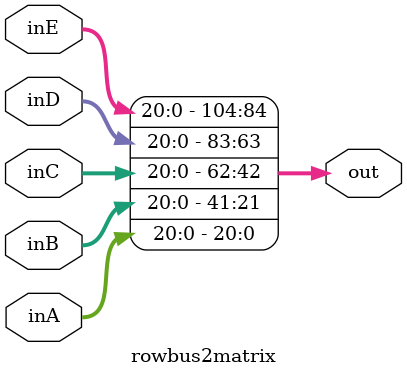
<source format=v>
module rowbus2matrix(inA,inB,inC,inD,inE,out);
input [20:0]inA;
input [20:0]inB;
input [20:0]inC;
input [20:0]inD;
input [20:0]inE;

output reg [104:0]out;

always@(*)begin
	out[20:0]=inA;
	out[41:21]=inB;
	out[62:42]=inC;
	out[83:63]=inD;
	out[104:84]=inE;
end

endmodule
</source>
